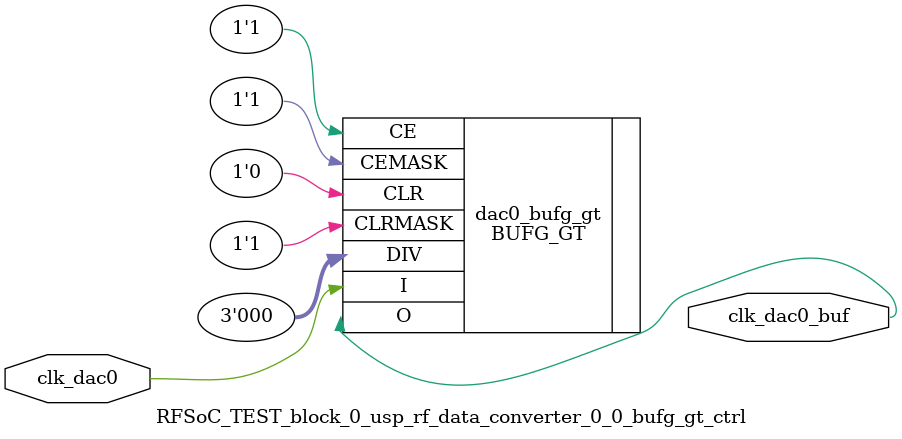
<source format=v>

`timescale 1ns / 1ps

(* DowngradeIPIdentifiedWarnings="yes" *)
module RFSoC_TEST_block_0_usp_rf_data_converter_0_0_bufg_gt_ctrl (
  // DAC Fabric Feedback Clock for Tile 0
  input    clk_dac0,
  output   clk_dac0_buf
      
);

  BUFG_GT dac0_bufg_gt
  (
    .I       (clk_dac0),
    .CE      (1'b1),
    .CEMASK  (1'b1),
    .CLR     (1'b0),
    .CLRMASK (1'b1),
    .DIV     (3'b000),
    .O       (clk_dac0_buf)
  );  

 
endmodule

</source>
